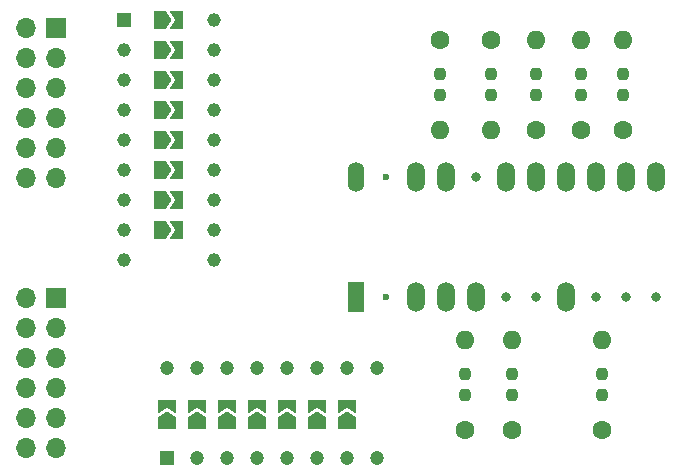
<source format=gbr>
%TF.GenerationSoftware,KiCad,Pcbnew,7.0.1*%
%TF.CreationDate,2023-05-14T00:25:17+09:00*%
%TF.ProjectId,Pmod_7Seg,506d6f64-5f37-4536-9567-2e6b69636164,rev?*%
%TF.SameCoordinates,Original*%
%TF.FileFunction,Soldermask,Top*%
%TF.FilePolarity,Negative*%
%FSLAX46Y46*%
G04 Gerber Fmt 4.6, Leading zero omitted, Abs format (unit mm)*
G04 Created by KiCad (PCBNEW 7.0.1) date 2023-05-14 00:25:17*
%MOMM*%
%LPD*%
G01*
G04 APERTURE LIST*
G04 Aperture macros list*
%AMRoundRect*
0 Rectangle with rounded corners*
0 $1 Rounding radius*
0 $2 $3 $4 $5 $6 $7 $8 $9 X,Y pos of 4 corners*
0 Add a 4 corners polygon primitive as box body*
4,1,4,$2,$3,$4,$5,$6,$7,$8,$9,$2,$3,0*
0 Add four circle primitives for the rounded corners*
1,1,$1+$1,$2,$3*
1,1,$1+$1,$4,$5*
1,1,$1+$1,$6,$7*
1,1,$1+$1,$8,$9*
0 Add four rect primitives between the rounded corners*
20,1,$1+$1,$2,$3,$4,$5,0*
20,1,$1+$1,$4,$5,$6,$7,0*
20,1,$1+$1,$6,$7,$8,$9,0*
20,1,$1+$1,$8,$9,$2,$3,0*%
%AMFreePoly0*
4,1,6,1.000000,0.000000,0.500000,-0.750000,-0.500000,-0.750000,-0.500000,0.750000,0.500000,0.750000,1.000000,0.000000,1.000000,0.000000,$1*%
%AMFreePoly1*
4,1,6,0.500000,-0.750000,-0.650000,-0.750000,-0.150000,0.000000,-0.650000,0.750000,0.500000,0.750000,0.500000,-0.750000,0.500000,-0.750000,$1*%
G04 Aperture macros list end*
%ADD10C,1.600000*%
%ADD11RoundRect,0.237500X-0.237500X0.250000X-0.237500X-0.250000X0.237500X-0.250000X0.237500X0.250000X0*%
%ADD12O,1.600000X1.600000*%
%ADD13R,1.200000X1.200000*%
%ADD14FreePoly0,90.000000*%
%ADD15C,1.200000*%
%ADD16FreePoly1,90.000000*%
%ADD17C,1.150000*%
%ADD18FreePoly1,0.000000*%
%ADD19FreePoly0,0.000000*%
%ADD20R,1.150000X1.150000*%
%ADD21C,0.600000*%
%ADD22C,0.800000*%
%ADD23R,1.400000X2.524000*%
%ADD24O,1.524000X2.524000*%
%ADD25O,1.400000X2.524000*%
%ADD26RoundRect,0.237500X0.237500X-0.250000X0.237500X0.250000X-0.237500X0.250000X-0.237500X-0.250000X0*%
%ADD27R,1.700000X1.700000*%
%ADD28O,1.700000X1.700000*%
G04 APERTURE END LIST*
D10*
%TO.C,R6*%
X149098000Y-67056000D03*
D11*
X149098000Y-69953500D03*
X149098000Y-71778500D03*
D12*
X149098000Y-74676000D03*
%TD*%
D13*
%TO.C,IC2*%
X121666000Y-102452000D03*
D14*
X121666000Y-99510000D03*
D15*
X124206000Y-102452000D03*
D14*
X124206000Y-99510000D03*
D15*
X126746000Y-102452000D03*
D14*
X126746000Y-99510000D03*
D15*
X129286000Y-102452000D03*
D14*
X129286000Y-99510000D03*
D15*
X131826000Y-102452000D03*
D14*
X131826000Y-99510000D03*
D15*
X134366000Y-102452000D03*
D14*
X134366000Y-99510000D03*
D15*
X136906000Y-102452000D03*
D14*
X136906000Y-99510000D03*
D15*
X139446000Y-102452000D03*
X139446000Y-94832000D03*
D16*
X136906000Y-98060000D03*
D15*
X136906000Y-94832000D03*
D16*
X134366000Y-98060000D03*
D15*
X134366000Y-94832000D03*
D16*
X131826000Y-98060000D03*
D15*
X131826000Y-94832000D03*
D16*
X129286000Y-98060000D03*
D15*
X129286000Y-94832000D03*
D16*
X126746000Y-98060000D03*
D15*
X126746000Y-94832000D03*
D16*
X124206000Y-98060000D03*
D15*
X124206000Y-94832000D03*
D16*
X121666000Y-98060000D03*
D15*
X121666000Y-94832000D03*
%TD*%
D17*
%TO.C,IC1*%
X125677000Y-65405000D03*
D18*
X122555000Y-65405000D03*
D17*
X125677000Y-67945000D03*
D18*
X122555000Y-67945000D03*
D17*
X125677000Y-70485000D03*
D18*
X122555000Y-70485000D03*
D17*
X125677000Y-73025000D03*
D18*
X122555000Y-73025000D03*
D17*
X125677000Y-75565000D03*
D18*
X122555000Y-75565000D03*
D17*
X125677000Y-78105000D03*
D18*
X122555000Y-78105000D03*
D17*
X125677000Y-80645000D03*
D18*
X122555000Y-80645000D03*
D17*
X125677000Y-83185000D03*
D18*
X122555000Y-83185000D03*
D17*
X125677000Y-85725000D03*
X118057000Y-85725000D03*
D19*
X121105000Y-83185000D03*
D17*
X118057000Y-83185000D03*
D19*
X121105000Y-80645000D03*
D17*
X118057000Y-80645000D03*
D19*
X121105000Y-78105000D03*
D17*
X118057000Y-78105000D03*
D19*
X121105000Y-75565000D03*
D17*
X118057000Y-75565000D03*
D19*
X121105000Y-73025000D03*
D17*
X118057000Y-73025000D03*
D19*
X121105000Y-70485000D03*
D17*
X118057000Y-70485000D03*
D19*
X121105000Y-67945000D03*
D17*
X118057000Y-67945000D03*
D19*
X121105000Y-65405000D03*
D20*
X118057000Y-65405000D03*
%TD*%
D21*
%TO.C,IC3*%
X140271500Y-88836000D03*
D22*
X150431500Y-88836000D03*
X152971500Y-88836000D03*
X158051500Y-88836000D03*
X160591500Y-88836000D03*
X163131500Y-88836000D03*
D21*
X140271500Y-78676000D03*
D22*
X147891500Y-78676000D03*
D23*
X137731500Y-88836000D03*
D24*
X142811500Y-88836000D03*
X145351500Y-88836000D03*
X147891500Y-88836000D03*
X155511500Y-88836000D03*
X163131500Y-78676000D03*
X160591500Y-78676000D03*
X158051500Y-78676000D03*
X155511500Y-78676000D03*
X152971500Y-78676000D03*
X150431500Y-78676000D03*
X145351500Y-78676000D03*
X142811500Y-78676000D03*
D25*
X137731500Y-78676000D03*
%TD*%
D10*
%TO.C,R3*%
X146939000Y-100076000D03*
D26*
X146939000Y-97178500D03*
X146939000Y-95353500D03*
D12*
X146939000Y-92456000D03*
%TD*%
%TO.C,R1*%
X160274000Y-67056000D03*
D26*
X160274000Y-69953500D03*
X160274000Y-71778500D03*
D10*
X160274000Y-74676000D03*
%TD*%
%TO.C,R7*%
X150876000Y-100076000D03*
D26*
X150876000Y-97178500D03*
X150876000Y-95353500D03*
D12*
X150876000Y-92456000D03*
%TD*%
D27*
%TO.C,J2*%
X112330000Y-88900000D03*
D28*
X112330000Y-91440000D03*
X112330000Y-93980000D03*
X112330000Y-96520000D03*
X112330000Y-99060000D03*
X112330000Y-101600000D03*
X109790000Y-88900000D03*
X109790000Y-91440000D03*
X109790000Y-93980000D03*
X109790000Y-96520000D03*
X109790000Y-99060000D03*
X109790000Y-101600000D03*
%TD*%
D12*
%TO.C,R4*%
X156718000Y-67056000D03*
D26*
X156718000Y-69953500D03*
X156718000Y-71778500D03*
D10*
X156718000Y-74676000D03*
%TD*%
%TO.C,R5*%
X144780000Y-67056000D03*
D11*
X144780000Y-69953500D03*
X144780000Y-71778500D03*
D12*
X144780000Y-74676000D03*
%TD*%
D27*
%TO.C,J1*%
X112330000Y-66040000D03*
D28*
X112330000Y-68580000D03*
X112330000Y-71120000D03*
X112330000Y-73660000D03*
X112330000Y-76200000D03*
X112330000Y-78740000D03*
X109790000Y-66040000D03*
X109790000Y-68580000D03*
X109790000Y-71120000D03*
X109790000Y-73660000D03*
X109790000Y-76200000D03*
X109790000Y-78740000D03*
%TD*%
D10*
%TO.C,R8*%
X158496000Y-100076000D03*
D26*
X158496000Y-97178500D03*
X158496000Y-95353500D03*
D12*
X158496000Y-92456000D03*
%TD*%
D10*
%TO.C,R2*%
X152908000Y-74676000D03*
D26*
X152908000Y-71778500D03*
X152908000Y-69953500D03*
D12*
X152908000Y-67056000D03*
%TD*%
M02*

</source>
